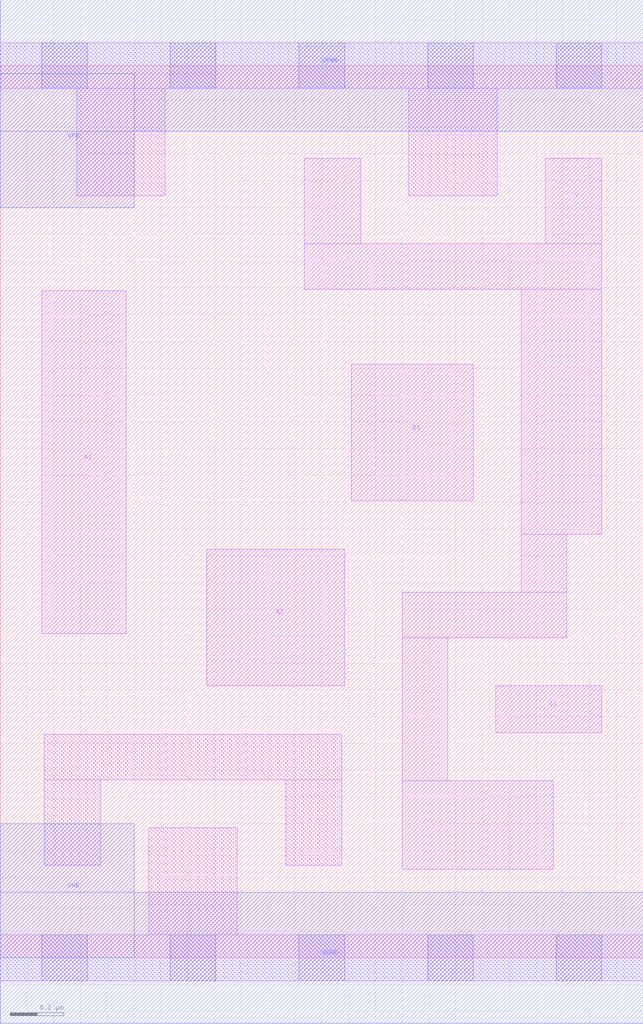
<source format=lef>
# Copyright 2020 The SkyWater PDK Authors
#
# Licensed under the Apache License, Version 2.0 (the "License");
# you may not use this file except in compliance with the License.
# You may obtain a copy of the License at
#
#     https://www.apache.org/licenses/LICENSE-2.0
#
# Unless required by applicable law or agreed to in writing, software
# distributed under the License is distributed on an "AS IS" BASIS,
# WITHOUT WARRANTIES OR CONDITIONS OF ANY KIND, either express or implied.
# See the License for the specific language governing permissions and
# limitations under the License.
#
# SPDX-License-Identifier: Apache-2.0

VERSION 5.5 ;
NAMESCASESENSITIVE ON ;
BUSBITCHARS "[]" ;
DIVIDERCHAR "/" ;
MACRO sky130_fd_sc_lp__o211ai_m
  CLASS CORE ;
  SOURCE USER ;
  ORIGIN  0.000000  0.000000 ;
  SIZE  2.400000 BY  3.330000 ;
  SYMMETRY X Y R90 ;
  SITE unit ;
  PIN A1
    ANTENNAGATEAREA  0.126000 ;
    DIRECTION INPUT ;
    USE SIGNAL ;
    PORT
      LAYER li1 ;
        RECT 0.155000 1.210000 0.470000 2.490000 ;
    END
  END A1
  PIN A2
    ANTENNAGATEAREA  0.126000 ;
    DIRECTION INPUT ;
    USE SIGNAL ;
    PORT
      LAYER li1 ;
        RECT 0.770000 1.015000 1.285000 1.525000 ;
    END
  END A2
  PIN B1
    ANTENNAGATEAREA  0.126000 ;
    DIRECTION INPUT ;
    USE SIGNAL ;
    PORT
      LAYER li1 ;
        RECT 1.310000 1.705000 1.765000 2.215000 ;
    END
  END B1
  PIN C1
    ANTENNAGATEAREA  0.126000 ;
    DIRECTION INPUT ;
    USE SIGNAL ;
    PORT
      LAYER li1 ;
        RECT 1.850000 0.840000 2.245000 1.015000 ;
    END
  END C1
  PIN Y
    ANTENNADIFFAREA  0.340200 ;
    DIRECTION OUTPUT ;
    USE SIGNAL ;
    PORT
      LAYER li1 ;
        RECT 1.135000 2.495000 2.245000 2.665000 ;
        RECT 1.135000 2.665000 1.345000 2.985000 ;
        RECT 1.500000 0.330000 2.065000 0.660000 ;
        RECT 1.500000 0.660000 1.670000 1.195000 ;
        RECT 1.500000 1.195000 2.115000 1.365000 ;
        RECT 1.945000 1.365000 2.115000 1.580000 ;
        RECT 1.945000 1.580000 2.245000 2.495000 ;
        RECT 2.035000 2.665000 2.245000 2.985000 ;
    END
  END Y
  PIN VGND
    DIRECTION INOUT ;
    USE GROUND ;
    PORT
      LAYER met1 ;
        RECT 0.000000 -0.245000 2.400000 0.245000 ;
    END
  END VGND
  PIN VNB
    DIRECTION INOUT ;
    USE GROUND ;
    PORT
      LAYER met1 ;
        RECT 0.000000 0.000000 0.500000 0.500000 ;
    END
  END VNB
  PIN VPB
    DIRECTION INOUT ;
    USE POWER ;
    PORT
      LAYER met1 ;
        RECT 0.000000 2.800000 0.500000 3.300000 ;
    END
  END VPB
  PIN VPWR
    DIRECTION INOUT ;
    USE POWER ;
    PORT
      LAYER met1 ;
        RECT 0.000000 3.085000 2.400000 3.575000 ;
    END
  END VPWR
  OBS
    LAYER li1 ;
      RECT 0.000000 -0.085000 2.400000 0.085000 ;
      RECT 0.000000  3.245000 2.400000 3.415000 ;
      RECT 0.165000  0.345000 0.375000 0.665000 ;
      RECT 0.165000  0.665000 1.275000 0.835000 ;
      RECT 0.285000  2.845000 0.615000 3.245000 ;
      RECT 0.555000  0.085000 0.885000 0.485000 ;
      RECT 1.065000  0.345000 1.275000 0.665000 ;
      RECT 1.525000  2.845000 1.855000 3.245000 ;
    LAYER mcon ;
      RECT 0.155000 -0.085000 0.325000 0.085000 ;
      RECT 0.155000  3.245000 0.325000 3.415000 ;
      RECT 0.635000 -0.085000 0.805000 0.085000 ;
      RECT 0.635000  3.245000 0.805000 3.415000 ;
      RECT 1.115000 -0.085000 1.285000 0.085000 ;
      RECT 1.115000  3.245000 1.285000 3.415000 ;
      RECT 1.595000 -0.085000 1.765000 0.085000 ;
      RECT 1.595000  3.245000 1.765000 3.415000 ;
      RECT 2.075000 -0.085000 2.245000 0.085000 ;
      RECT 2.075000  3.245000 2.245000 3.415000 ;
  END
END sky130_fd_sc_lp__o211ai_m
END LIBRARY

</source>
